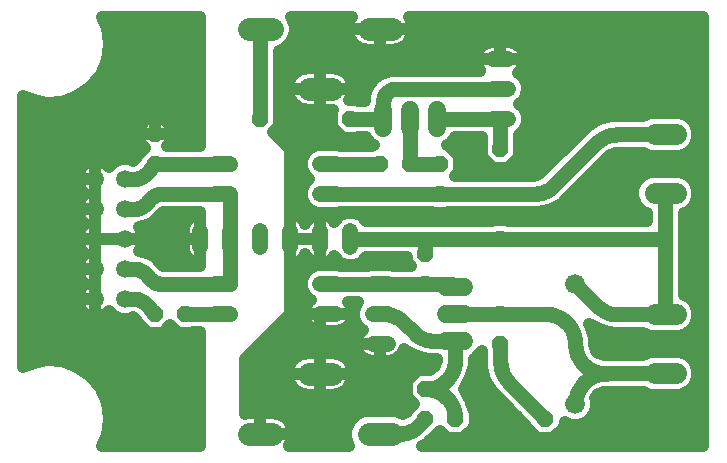
<source format=gbl>
G75*
%MOIN*%
%OFA0B0*%
%FSLAX24Y24*%
%IPPOS*%
%LPD*%
%AMOC8*
5,1,8,0,0,1.08239X$1,22.5*
%
%ADD10C,0.0705*%
%ADD11OC8,0.0520*%
%ADD12C,0.0520*%
%ADD13C,0.0600*%
%ADD14OC8,0.0560*%
%ADD15C,0.0780*%
%ADD16C,0.0594*%
%ADD17C,0.0660*%
%ADD18C,0.0400*%
%ADD19C,0.0500*%
D10*
X022648Y003316D02*
X023353Y003316D01*
X023353Y005284D02*
X022648Y005284D01*
X022648Y009316D02*
X023353Y009316D01*
X023353Y011284D02*
X022648Y011284D01*
D11*
X017500Y010800D03*
X015500Y010300D03*
X014500Y010300D03*
X013500Y010300D03*
X015500Y009300D03*
X017500Y007800D03*
X015000Y007300D03*
X015000Y006300D03*
X017500Y005300D03*
X017500Y004300D03*
X015000Y002800D03*
X015000Y001800D03*
X007000Y005300D03*
X006000Y005300D03*
X006000Y010300D03*
X006000Y011300D03*
X009500Y011800D03*
X012500Y011800D03*
D12*
X012020Y010300D02*
X011500Y010300D01*
X011500Y009300D02*
X012020Y009300D01*
X012500Y008060D02*
X012500Y007540D01*
X011500Y007540D02*
X011500Y008060D01*
X010500Y008060D02*
X010500Y007540D01*
X009500Y007540D02*
X009500Y008060D01*
X008500Y008060D02*
X008500Y007540D01*
X007500Y007540D02*
X007500Y008060D01*
X007980Y009300D02*
X008500Y009300D01*
X008500Y010300D02*
X007980Y010300D01*
X007980Y006300D02*
X008500Y006300D01*
X008500Y005300D02*
X007980Y005300D01*
X011500Y005300D02*
X012020Y005300D01*
X013240Y005300D02*
X013760Y005300D01*
X013760Y004300D02*
X013240Y004300D01*
X013240Y006300D02*
X013760Y006300D01*
X012020Y006300D02*
X011500Y006300D01*
X017240Y011800D02*
X017760Y011800D01*
X017760Y012800D02*
X017240Y012800D01*
X017240Y013800D02*
X017760Y013800D01*
D13*
X015400Y012100D02*
X015400Y011500D01*
X014500Y011500D02*
X014500Y012100D01*
X013600Y012100D02*
X013600Y011500D01*
X015700Y006200D02*
X016300Y006200D01*
X016300Y005300D02*
X015700Y005300D01*
X015700Y004400D02*
X016300Y004400D01*
D14*
X016000Y001800D03*
X019000Y001800D03*
D15*
X013890Y001300D02*
X013110Y001300D01*
X011890Y003300D02*
X011110Y003300D01*
X009890Y001300D02*
X009110Y001300D01*
X011110Y012800D02*
X011890Y012800D01*
X013110Y014800D02*
X013890Y014800D01*
X009890Y014800D02*
X009110Y014800D01*
D16*
X005000Y009800D03*
X004000Y009800D03*
X004000Y008800D03*
X005000Y008800D03*
X005000Y007800D03*
X004000Y007800D03*
X004000Y006800D03*
X005000Y006800D03*
X005000Y005800D03*
X004000Y005800D03*
D17*
X020000Y006300D03*
X020000Y002300D03*
D18*
X004388Y001271D02*
X004226Y000900D01*
X007500Y000900D01*
X007500Y004690D01*
X007267Y004690D01*
X007257Y004680D01*
X006743Y004680D01*
X006500Y004923D01*
X006257Y004680D01*
X005743Y004680D01*
X005380Y005043D01*
X005380Y005057D01*
X005248Y005190D01*
X005244Y005190D01*
X005131Y005143D01*
X004870Y005143D01*
X004628Y005243D01*
X004457Y005414D01*
X004455Y005411D01*
X004389Y005345D01*
X004313Y005290D01*
X004229Y005247D01*
X004140Y005218D01*
X004047Y005203D01*
X004000Y005203D01*
X004000Y005800D01*
X003403Y005800D01*
X003403Y005753D01*
X003418Y005660D01*
X003447Y005571D01*
X003490Y005487D01*
X003545Y005411D01*
X003611Y005345D01*
X003687Y005290D01*
X003771Y005247D01*
X003860Y005218D01*
X003953Y005203D01*
X004000Y005203D01*
X004000Y005800D01*
X004000Y005800D01*
X003403Y005800D01*
X003403Y005847D01*
X003418Y005940D01*
X003447Y006029D01*
X003490Y006113D01*
X003545Y006189D01*
X003611Y006255D01*
X003673Y006300D01*
X003611Y006345D01*
X003545Y006411D01*
X003490Y006487D01*
X003447Y006571D01*
X003418Y006660D01*
X003403Y006753D01*
X003403Y006800D01*
X004000Y006800D01*
X004000Y006800D01*
X003403Y006800D01*
X003403Y006847D01*
X003418Y006940D01*
X003447Y007029D01*
X003490Y007113D01*
X003545Y007189D01*
X003611Y007255D01*
X003673Y007300D01*
X003611Y007345D01*
X003545Y007411D01*
X003490Y007487D01*
X003447Y007571D01*
X003418Y007660D01*
X003403Y007753D01*
X003403Y007800D01*
X004000Y007800D01*
X004000Y007800D01*
X003403Y007800D01*
X003403Y007847D01*
X003418Y007940D01*
X003447Y008029D01*
X003490Y008113D01*
X003545Y008189D01*
X003611Y008255D01*
X003673Y008300D01*
X003611Y008345D01*
X003545Y008411D01*
X003490Y008487D01*
X003447Y008571D01*
X003418Y008660D01*
X003403Y008753D01*
X003403Y008800D01*
X004000Y008800D01*
X004000Y008800D01*
X003403Y008800D01*
X003403Y008847D01*
X003418Y008940D01*
X003447Y009029D01*
X003490Y009113D01*
X003545Y009189D01*
X003611Y009255D01*
X003673Y009300D01*
X003611Y009345D01*
X003545Y009411D01*
X003490Y009487D01*
X003447Y009571D01*
X003418Y009660D01*
X003403Y009753D01*
X003403Y009800D01*
X004000Y009800D01*
X004000Y009800D01*
X003403Y009800D01*
X003403Y009847D01*
X003418Y009940D01*
X003447Y010029D01*
X003490Y010113D01*
X003545Y010189D01*
X003611Y010255D01*
X003687Y010310D01*
X003771Y010353D01*
X003860Y010382D01*
X003953Y010397D01*
X004000Y010397D01*
X004000Y009800D01*
X004000Y009800D01*
X004000Y008800D01*
X004000Y008800D01*
X004000Y008800D01*
X004000Y007800D01*
X004000Y007800D01*
X004000Y007800D01*
X004000Y006800D01*
X004000Y006800D01*
X004000Y006800D01*
X004000Y005800D01*
X004000Y005800D01*
X004000Y005800D01*
X004000Y006397D01*
X004000Y006800D01*
X004000Y007203D01*
X004000Y007800D01*
X004000Y008203D01*
X004000Y008800D01*
X004000Y009203D01*
X004000Y009800D01*
X004000Y009800D01*
X004000Y010397D01*
X004047Y010397D01*
X004140Y010382D01*
X004229Y010353D01*
X004313Y010310D01*
X004389Y010255D01*
X004455Y010189D01*
X004457Y010186D01*
X004628Y010357D01*
X004870Y010457D01*
X005131Y010457D01*
X005244Y010410D01*
X005248Y010410D01*
X005380Y010543D01*
X005380Y010557D01*
X005666Y010842D01*
X005440Y011068D01*
X005440Y011300D01*
X006000Y011300D01*
X006000Y011300D01*
X005440Y011300D01*
X005440Y011532D01*
X005768Y011860D01*
X006000Y011860D01*
X006000Y011300D01*
X006000Y011300D01*
X006000Y011860D01*
X006232Y011860D01*
X006560Y011532D01*
X006560Y011300D01*
X006000Y011300D01*
X006000Y011300D01*
X006560Y011300D01*
X006560Y011068D01*
X006402Y010910D01*
X007500Y010910D01*
X007500Y015196D01*
X004228Y015196D01*
X004388Y014829D01*
X004388Y014829D01*
X004460Y014300D01*
X004388Y013771D01*
X004388Y013771D01*
X004175Y013282D01*
X004175Y013282D01*
X003838Y012868D01*
X003838Y012868D01*
X003838Y012868D01*
X003402Y012560D01*
X003402Y012560D01*
X002899Y012381D01*
X002899Y012381D01*
X002366Y012345D01*
X002366Y012345D01*
X001844Y012453D01*
X001844Y012453D01*
X001600Y012579D01*
X001600Y003521D01*
X001844Y003647D01*
X001844Y003647D01*
X002366Y003755D01*
X002366Y003755D01*
X002899Y003719D01*
X002899Y003719D01*
X003402Y003540D01*
X003402Y003540D01*
X003838Y003232D01*
X003838Y003232D01*
X004175Y002818D01*
X004388Y002329D01*
X004460Y001800D01*
X004460Y001800D01*
X004388Y001271D01*
X004388Y001271D01*
X004312Y001097D02*
X007500Y001097D01*
X007500Y001496D02*
X004418Y001496D01*
X004447Y001894D02*
X007500Y001894D01*
X007500Y002293D02*
X004393Y002293D01*
X004230Y002691D02*
X007500Y002691D01*
X007500Y003090D02*
X003954Y003090D01*
X003838Y003232D02*
X003838Y003232D01*
X003476Y003488D02*
X007500Y003488D01*
X007500Y003887D02*
X001600Y003887D01*
X001600Y004285D02*
X007500Y004285D01*
X007500Y004684D02*
X007261Y004684D01*
X006740Y004684D02*
X006261Y004684D01*
X005740Y004684D02*
X001600Y004684D01*
X001600Y005082D02*
X005356Y005082D01*
X004000Y005481D02*
X004000Y005481D01*
X004000Y005879D02*
X004000Y005879D01*
X004000Y006278D02*
X004000Y006278D01*
X003642Y006278D02*
X001600Y006278D01*
X001600Y005879D02*
X003408Y005879D01*
X003495Y005481D02*
X001600Y005481D01*
X001600Y006676D02*
X003416Y006676D01*
X003470Y007075D02*
X001600Y007075D01*
X001600Y007473D02*
X003500Y007473D01*
X003407Y007872D02*
X001600Y007872D01*
X001600Y008270D02*
X003632Y008270D01*
X004000Y008270D02*
X004000Y008270D01*
X004000Y008669D02*
X004000Y008669D01*
X003417Y008669D02*
X001600Y008669D01*
X001600Y009067D02*
X003466Y009067D01*
X003506Y009466D02*
X001600Y009466D01*
X001600Y009864D02*
X003406Y009864D01*
X003621Y010263D02*
X001600Y010263D01*
X001600Y010661D02*
X005484Y010661D01*
X005449Y011060D02*
X001600Y011060D01*
X001600Y011458D02*
X005440Y011458D01*
X005765Y011857D02*
X001600Y011857D01*
X001600Y012255D02*
X007500Y012255D01*
X007500Y012654D02*
X003535Y012654D01*
X003988Y013052D02*
X007500Y013052D01*
X007500Y013451D02*
X004248Y013451D01*
X004398Y013849D02*
X007500Y013849D01*
X007500Y014248D02*
X004453Y014248D01*
X004413Y014646D02*
X007500Y014646D01*
X007500Y015045D02*
X004294Y015045D01*
X006000Y011857D02*
X006000Y011857D01*
X006236Y011857D02*
X007500Y011857D01*
X007500Y011458D02*
X006560Y011458D01*
X006000Y011458D02*
X006000Y011458D01*
X006552Y011060D02*
X007500Y011060D01*
X009939Y011362D02*
X010120Y011543D01*
X010120Y012057D01*
X010110Y012067D01*
X010110Y014079D01*
X010315Y014164D01*
X010526Y014375D01*
X010640Y014651D01*
X010640Y014949D01*
X010538Y015196D01*
X012544Y015196D01*
X012535Y015184D01*
X012490Y015106D01*
X012455Y015022D01*
X012432Y014935D01*
X012420Y014845D01*
X012420Y014800D01*
X012420Y014755D01*
X012432Y014665D01*
X012455Y014578D01*
X012490Y014494D01*
X012535Y014416D01*
X012590Y014344D01*
X012654Y014280D01*
X012726Y014225D01*
X012804Y014180D01*
X012888Y014145D01*
X012975Y014122D01*
X013065Y014110D01*
X013500Y014110D01*
X013500Y014800D01*
X012420Y014800D01*
X013500Y014800D01*
X013500Y014800D01*
X013500Y014800D01*
X013500Y014110D01*
X013935Y014110D01*
X014025Y014122D01*
X014113Y014145D01*
X014196Y014180D01*
X014274Y014225D01*
X014346Y014280D01*
X014410Y014344D01*
X014465Y014416D01*
X014510Y014494D01*
X014545Y014578D01*
X014568Y014665D01*
X014580Y014755D01*
X014580Y014800D01*
X014580Y014845D01*
X014568Y014935D01*
X014545Y015022D01*
X014510Y015106D01*
X014465Y015184D01*
X014456Y015196D01*
X024270Y015196D01*
X024270Y000900D01*
X014881Y000900D01*
X015075Y001012D01*
X015139Y001076D01*
X015243Y001180D01*
X015257Y001180D01*
X015486Y001409D01*
X015735Y001160D01*
X016265Y001160D01*
X016640Y001535D01*
X016640Y002065D01*
X016580Y002126D01*
X016501Y002421D01*
X016289Y002789D01*
X016277Y002800D01*
X016289Y002811D01*
X016289Y002811D01*
X016501Y003179D01*
X016610Y003588D01*
X016610Y003814D01*
X016674Y003840D01*
X016860Y004026D01*
X016880Y004076D01*
X016880Y004043D01*
X016890Y004033D01*
X016890Y003502D01*
X017000Y003093D01*
X017212Y002726D01*
X017212Y002726D01*
X017276Y002662D01*
X017276Y002662D01*
X018360Y001577D01*
X018360Y001535D01*
X018735Y001160D01*
X019265Y001160D01*
X019640Y001535D01*
X019640Y001702D01*
X019863Y001610D01*
X020137Y001610D01*
X020391Y001715D01*
X020585Y001909D01*
X020690Y002163D01*
X020690Y002437D01*
X020665Y002497D01*
X020694Y002547D01*
X020769Y002622D01*
X020861Y002675D01*
X020963Y002702D01*
X021007Y002705D01*
X021026Y002706D01*
X022259Y002706D01*
X022506Y002603D01*
X023494Y002603D01*
X023756Y002712D01*
X023957Y002912D01*
X024065Y003174D01*
X024065Y003457D01*
X023957Y003719D01*
X023756Y003920D01*
X023494Y004028D01*
X022506Y004028D01*
X022259Y003926D01*
X021127Y003926D01*
X021118Y003929D01*
X021006Y003926D01*
X020988Y003926D01*
X020947Y003927D01*
X020850Y003950D01*
X020762Y003999D01*
X020691Y004068D01*
X020640Y004154D01*
X020614Y004250D01*
X020610Y004300D01*
X020610Y004512D01*
X020501Y004921D01*
X020465Y004982D01*
X020809Y004784D01*
X021218Y004674D01*
X022259Y004674D01*
X022506Y004572D01*
X023494Y004572D01*
X023756Y004680D01*
X023957Y004881D01*
X024065Y005143D01*
X024065Y005426D01*
X023957Y005688D01*
X023756Y005888D01*
X023610Y005949D01*
X023610Y008651D01*
X023756Y008712D01*
X023957Y008912D01*
X024065Y009174D01*
X024065Y009457D01*
X023957Y009719D01*
X023756Y009920D01*
X023494Y010028D01*
X022506Y010028D01*
X022244Y009920D01*
X022044Y009719D01*
X021935Y009457D01*
X021935Y009174D01*
X022044Y008912D01*
X022244Y008712D01*
X022390Y008651D01*
X022390Y008410D01*
X017767Y008410D01*
X017757Y008420D01*
X017243Y008420D01*
X017233Y008410D01*
X013026Y008410D01*
X013026Y008411D01*
X012851Y008586D01*
X012624Y008680D01*
X012377Y008680D01*
X012149Y008586D01*
X011975Y008411D01*
X011961Y008378D01*
X011927Y008425D01*
X011865Y008487D01*
X011794Y008539D01*
X011715Y008579D01*
X011631Y008606D01*
X011544Y008620D01*
X011500Y008620D01*
X011456Y008620D01*
X011369Y008606D01*
X011285Y008579D01*
X011207Y008539D01*
X011135Y008487D01*
X011073Y008425D01*
X011021Y008354D01*
X011000Y008312D01*
X010979Y008354D01*
X010927Y008425D01*
X010865Y008487D01*
X010794Y008539D01*
X010715Y008579D01*
X010631Y008606D01*
X010544Y008620D01*
X010500Y008620D01*
X010500Y007800D01*
X010500Y007800D01*
X010500Y005300D01*
X009000Y003800D01*
X009000Y001981D01*
X009065Y001990D01*
X009500Y001990D01*
X009500Y001300D01*
X009500Y001300D01*
X009500Y001990D01*
X009935Y001990D01*
X010025Y001978D01*
X010113Y001955D01*
X010196Y001920D01*
X010274Y001875D01*
X010346Y001820D01*
X010410Y001756D01*
X010465Y001684D01*
X010510Y001606D01*
X010545Y001522D01*
X010568Y001435D01*
X010580Y001345D01*
X010580Y001300D01*
X009500Y001300D01*
X009500Y001300D01*
X010580Y001300D01*
X010580Y001255D01*
X010568Y001165D01*
X010545Y001078D01*
X010510Y000994D01*
X010465Y000916D01*
X010453Y000900D01*
X012464Y000900D01*
X012360Y001151D01*
X012360Y001449D01*
X012474Y001725D01*
X012685Y001936D01*
X012961Y002050D01*
X014039Y002050D01*
X014265Y001957D01*
X014323Y001991D01*
X014362Y002024D01*
X014380Y002043D01*
X014380Y002057D01*
X014623Y002300D01*
X014380Y002543D01*
X014380Y003057D01*
X014743Y003420D01*
X015076Y003420D01*
X015149Y003440D01*
X015238Y003491D01*
X015310Y003563D01*
X015361Y003651D01*
X015387Y003749D01*
X015390Y003790D01*
X015102Y003790D01*
X014693Y003900D01*
X014693Y003900D01*
X014326Y004112D01*
X014326Y004112D01*
X014297Y004140D01*
X014279Y004085D01*
X014239Y004006D01*
X014187Y003935D01*
X014125Y003873D01*
X014054Y003821D01*
X013975Y003781D01*
X013891Y003754D01*
X013804Y003740D01*
X013500Y003740D01*
X013500Y004300D01*
X012680Y004300D01*
X012680Y004256D01*
X012694Y004169D01*
X012721Y004085D01*
X012761Y004006D01*
X012813Y003935D01*
X012875Y003873D01*
X012947Y003821D01*
X013025Y003781D01*
X013109Y003754D01*
X013196Y003740D01*
X013500Y003740D01*
X013500Y004300D01*
X013500Y004300D01*
X012680Y004300D01*
X012680Y004344D01*
X012694Y004431D01*
X012721Y004515D01*
X012761Y004594D01*
X012813Y004665D01*
X012875Y004727D01*
X012922Y004761D01*
X012889Y004774D01*
X012715Y004949D01*
X012620Y005177D01*
X012620Y005423D01*
X012715Y005651D01*
X012753Y005690D01*
X012422Y005690D01*
X012447Y005665D01*
X012499Y005594D01*
X012539Y005515D01*
X012566Y005431D01*
X012580Y005344D01*
X012580Y005300D01*
X011500Y005300D01*
X010940Y005300D01*
X010940Y005256D01*
X010954Y005169D01*
X010981Y005085D01*
X011021Y005006D01*
X011073Y004935D01*
X011135Y004873D01*
X011207Y004821D01*
X011285Y004781D01*
X011369Y004754D01*
X011456Y004740D01*
X011500Y004740D01*
X011500Y005300D01*
X011500Y005300D01*
X010940Y005300D01*
X010940Y005344D01*
X010954Y005431D01*
X010981Y005515D01*
X011021Y005594D01*
X011073Y005665D01*
X011135Y005727D01*
X011182Y005761D01*
X011149Y005774D01*
X010975Y005949D01*
X010880Y006177D01*
X010880Y006423D01*
X010975Y006651D01*
X011149Y006826D01*
X011377Y006920D01*
X012144Y006920D01*
X012168Y006910D01*
X013093Y006910D01*
X013117Y006920D01*
X013884Y006920D01*
X013908Y006910D01*
X014513Y006910D01*
X014380Y007043D01*
X014380Y007190D01*
X013026Y007190D01*
X013026Y007189D01*
X012851Y007014D01*
X012624Y006920D01*
X012377Y006920D01*
X012149Y007014D01*
X011975Y007189D01*
X011961Y007222D01*
X011927Y007175D01*
X011865Y007113D01*
X011794Y007061D01*
X011715Y007021D01*
X011631Y006994D01*
X011544Y006980D01*
X011500Y006980D01*
X011500Y007800D01*
X010940Y007800D01*
X010500Y007800D01*
X010500Y010800D01*
X009939Y011362D01*
X010035Y011458D02*
X011965Y011458D01*
X011880Y011543D02*
X012243Y011180D01*
X012757Y011180D01*
X012767Y011190D01*
X013014Y011190D01*
X013041Y011126D01*
X013226Y010940D01*
X013276Y010920D01*
X013243Y010920D01*
X013233Y010910D01*
X012168Y010910D01*
X012144Y010920D01*
X011377Y010920D01*
X011149Y010826D01*
X010975Y010651D01*
X010880Y010423D01*
X010880Y010177D01*
X010975Y009949D01*
X011123Y009800D01*
X010975Y009651D01*
X010880Y009423D01*
X010880Y009177D01*
X010975Y008949D01*
X011149Y008774D01*
X011377Y008680D01*
X012144Y008680D01*
X012168Y008690D01*
X015233Y008690D01*
X015243Y008680D01*
X015757Y008680D01*
X015767Y008690D01*
X018798Y008690D01*
X019207Y008800D01*
X019207Y008800D01*
X019575Y009012D01*
X019639Y009076D01*
X021037Y010474D01*
X021104Y010541D01*
X021123Y010560D01*
X021161Y010594D01*
X021249Y010645D01*
X021348Y010671D01*
X021399Y010674D01*
X022259Y010674D01*
X022506Y010572D01*
X023494Y010572D01*
X023756Y010680D01*
X023957Y010881D01*
X024065Y011143D01*
X024065Y011426D01*
X023957Y011688D01*
X023756Y011888D01*
X023494Y011997D01*
X022506Y011997D01*
X022259Y011894D01*
X021187Y011894D01*
X020777Y011785D01*
X020410Y011573D01*
X020346Y011508D01*
X020240Y011403D01*
X020174Y011337D01*
X018862Y010024D01*
X018823Y009991D01*
X018735Y009940D01*
X018637Y009913D01*
X018586Y009910D01*
X015987Y009910D01*
X016120Y010043D01*
X016120Y010557D01*
X015757Y010920D01*
X015725Y010920D01*
X015774Y010940D01*
X015960Y011126D01*
X015986Y011190D01*
X016890Y011190D01*
X016890Y011067D01*
X016880Y011057D01*
X016880Y010543D01*
X017243Y010180D01*
X017757Y010180D01*
X018120Y010543D01*
X018120Y011057D01*
X018110Y011067D01*
X018110Y011274D01*
X018111Y011274D01*
X018286Y011449D01*
X018380Y011677D01*
X018380Y011923D01*
X018286Y012151D01*
X018137Y012300D01*
X018286Y012449D01*
X018380Y012677D01*
X018380Y012923D01*
X018286Y013151D01*
X018111Y013326D01*
X018079Y013339D01*
X018125Y013373D01*
X018187Y013435D01*
X018239Y013506D01*
X018279Y013585D01*
X018306Y013669D01*
X018320Y013756D01*
X018320Y013800D01*
X018320Y013844D01*
X018306Y013931D01*
X018279Y014015D01*
X018239Y014094D01*
X018187Y014165D01*
X018125Y014227D01*
X018054Y014279D01*
X017975Y014319D01*
X017891Y014346D01*
X017804Y014360D01*
X017500Y014360D01*
X017196Y014360D01*
X017109Y014346D01*
X017025Y014319D01*
X016947Y014279D01*
X016875Y014227D01*
X016813Y014165D01*
X016761Y014094D01*
X016721Y014015D01*
X016694Y013931D01*
X016680Y013844D01*
X016680Y013800D01*
X016680Y013756D01*
X016694Y013669D01*
X016721Y013585D01*
X016761Y013506D01*
X016813Y013435D01*
X016838Y013410D01*
X013840Y013410D01*
X013536Y013311D01*
X013277Y013123D01*
X013089Y012864D01*
X012990Y012560D01*
X012990Y012410D01*
X012767Y012410D01*
X012757Y012420D01*
X012468Y012420D01*
X012510Y012494D01*
X012545Y012578D01*
X012568Y012665D01*
X012580Y012755D01*
X012580Y012800D01*
X012580Y012845D01*
X012568Y012935D01*
X012545Y013022D01*
X012510Y013106D01*
X012465Y013184D01*
X012410Y013256D01*
X012346Y013320D01*
X012274Y013375D01*
X012196Y013420D01*
X012113Y013455D01*
X012025Y013478D01*
X011935Y013490D01*
X011500Y013490D01*
X011065Y013490D01*
X010975Y013478D01*
X010888Y013455D01*
X010804Y013420D01*
X010726Y013375D01*
X010654Y013320D01*
X010590Y013256D01*
X010535Y013184D01*
X010490Y013106D01*
X010455Y013022D01*
X010432Y012935D01*
X010420Y012845D01*
X010420Y012800D01*
X010420Y012755D01*
X010432Y012665D01*
X010455Y012578D01*
X010490Y012494D01*
X010535Y012416D01*
X010590Y012344D01*
X010654Y012280D01*
X010726Y012225D01*
X010804Y012180D01*
X010888Y012145D01*
X010975Y012122D01*
X011065Y012110D01*
X011500Y012110D01*
X011500Y012800D01*
X010420Y012800D01*
X011500Y012800D01*
X011500Y012800D01*
X011500Y012800D01*
X011500Y013490D01*
X011500Y012800D01*
X011500Y012800D01*
X011500Y012110D01*
X011933Y012110D01*
X011880Y012057D01*
X011880Y011543D01*
X011880Y011857D02*
X010120Y011857D01*
X010110Y012255D02*
X010687Y012255D01*
X010435Y012654D02*
X010110Y012654D01*
X010110Y013052D02*
X010468Y013052D01*
X010110Y013451D02*
X010878Y013451D01*
X011500Y013451D02*
X011500Y013451D01*
X011500Y013052D02*
X011500Y013052D01*
X011500Y012800D02*
X012580Y012800D01*
X011500Y012800D01*
X011500Y012800D01*
X011500Y012654D02*
X011500Y012654D01*
X011500Y012255D02*
X011500Y012255D01*
X012565Y012654D02*
X013021Y012654D01*
X013089Y012864D02*
X013089Y012864D01*
X013226Y013052D02*
X012533Y013052D01*
X012123Y013451D02*
X016802Y013451D01*
X016680Y013800D02*
X017500Y013800D01*
X017500Y013800D01*
X016680Y013800D01*
X016681Y013849D02*
X010110Y013849D01*
X010398Y014248D02*
X012697Y014248D01*
X012437Y014646D02*
X010638Y014646D01*
X010601Y015045D02*
X012465Y015045D01*
X013500Y014800D02*
X014580Y014800D01*
X013500Y014800D01*
X013500Y014800D01*
X013500Y014646D02*
X013500Y014646D01*
X013500Y014248D02*
X013500Y014248D01*
X014304Y014248D02*
X016903Y014248D01*
X017500Y014248D02*
X017500Y014248D01*
X017500Y014360D02*
X017500Y013800D01*
X017500Y013800D01*
X017500Y014360D01*
X018097Y014248D02*
X024270Y014248D01*
X024270Y014646D02*
X014563Y014646D01*
X014536Y015045D02*
X024270Y015045D01*
X024270Y013849D02*
X018319Y013849D01*
X018320Y013800D02*
X017500Y013800D01*
X017500Y013800D01*
X018320Y013800D01*
X018199Y013451D02*
X024270Y013451D01*
X024270Y013052D02*
X018327Y013052D01*
X018371Y012654D02*
X024270Y012654D01*
X024270Y012255D02*
X018182Y012255D01*
X018380Y011857D02*
X021046Y011857D01*
X020777Y011785D02*
X020777Y011785D01*
X020410Y011573D02*
X020410Y011573D01*
X020296Y011458D02*
X018290Y011458D01*
X018118Y011060D02*
X019897Y011060D01*
X019499Y010661D02*
X018120Y010661D01*
X017840Y010263D02*
X019100Y010263D01*
X020028Y009466D02*
X021939Y009466D01*
X021980Y009067D02*
X019630Y009067D01*
X019639Y009076D02*
X019639Y009076D01*
X019575Y009012D02*
X019575Y009012D01*
X020427Y009864D02*
X022188Y009864D01*
X022291Y010661D02*
X021311Y010661D01*
X020825Y010263D02*
X024270Y010263D01*
X024270Y009864D02*
X023812Y009864D01*
X024062Y009466D02*
X024270Y009466D01*
X024270Y009067D02*
X024021Y009067D01*
X024270Y008669D02*
X023652Y008669D01*
X023610Y008270D02*
X024270Y008270D01*
X024270Y007872D02*
X023610Y007872D01*
X023610Y007473D02*
X024270Y007473D01*
X024270Y007075D02*
X023610Y007075D01*
X023610Y006676D02*
X024270Y006676D01*
X024270Y006278D02*
X023610Y006278D01*
X023766Y005879D02*
X024270Y005879D01*
X024270Y005481D02*
X024043Y005481D01*
X024040Y005082D02*
X024270Y005082D01*
X024270Y004684D02*
X023760Y004684D01*
X024270Y004285D02*
X020611Y004285D01*
X020564Y004684D02*
X021184Y004684D01*
X020809Y004784D02*
X020809Y004784D01*
X020501Y004921D02*
X020501Y004921D01*
X023790Y003887D02*
X024270Y003887D01*
X024270Y003488D02*
X024053Y003488D01*
X024030Y003090D02*
X024270Y003090D01*
X024270Y002691D02*
X023706Y002691D01*
X024270Y002293D02*
X020690Y002293D01*
X020921Y002691D02*
X022294Y002691D01*
X020570Y001894D02*
X024270Y001894D01*
X024270Y001496D02*
X019601Y001496D01*
X018400Y001496D02*
X016601Y001496D01*
X016640Y001894D02*
X018044Y001894D01*
X017645Y002293D02*
X016535Y002293D01*
X016501Y002421D02*
X016501Y002421D01*
X016345Y002691D02*
X017247Y002691D01*
X017002Y003090D02*
X016449Y003090D01*
X016501Y003179D02*
X016501Y003179D01*
X016583Y003488D02*
X016894Y003488D01*
X016890Y003887D02*
X016720Y003887D01*
X015233Y003488D02*
X012554Y003488D01*
X012545Y003522D02*
X012510Y003606D01*
X012465Y003684D01*
X012410Y003756D01*
X012346Y003820D01*
X012274Y003875D01*
X012196Y003920D01*
X012113Y003955D01*
X012025Y003978D01*
X011935Y003990D01*
X011500Y003990D01*
X011065Y003990D01*
X010975Y003978D01*
X010888Y003955D01*
X010804Y003920D01*
X010726Y003875D01*
X010654Y003820D01*
X010590Y003756D01*
X010535Y003684D01*
X010490Y003606D01*
X010455Y003522D01*
X010432Y003435D01*
X010420Y003345D01*
X010420Y003300D01*
X010420Y003255D01*
X010432Y003165D01*
X010455Y003078D01*
X010490Y002994D01*
X010535Y002916D01*
X010590Y002844D01*
X010654Y002780D01*
X010726Y002725D01*
X010804Y002680D01*
X010888Y002645D01*
X010975Y002622D01*
X011065Y002610D01*
X011500Y002610D01*
X011500Y003300D01*
X010420Y003300D01*
X011500Y003300D01*
X011500Y003300D01*
X011500Y003300D01*
X011500Y003990D01*
X011500Y003300D01*
X011500Y003300D01*
X011500Y002610D01*
X011935Y002610D01*
X012025Y002622D01*
X012113Y002645D01*
X012196Y002680D01*
X012274Y002725D01*
X012346Y002780D01*
X012410Y002844D01*
X012465Y002916D01*
X012510Y002994D01*
X012545Y003078D01*
X012568Y003165D01*
X012580Y003255D01*
X012580Y003300D01*
X012580Y003345D01*
X012568Y003435D01*
X012545Y003522D01*
X012580Y003300D02*
X011500Y003300D01*
X011500Y003300D01*
X012580Y003300D01*
X012548Y003090D02*
X014413Y003090D01*
X014380Y002691D02*
X012215Y002691D01*
X011500Y002691D02*
X011500Y002691D01*
X011500Y003090D02*
X011500Y003090D01*
X011500Y003488D02*
X011500Y003488D01*
X011500Y003887D02*
X011500Y003887D01*
X010746Y003887D02*
X009087Y003887D01*
X009485Y004285D02*
X012680Y004285D01*
X012862Y003887D02*
X012254Y003887D01*
X012064Y004740D02*
X012151Y004754D01*
X012235Y004781D01*
X012314Y004821D01*
X012385Y004873D01*
X012447Y004935D01*
X012499Y005006D01*
X012539Y005085D01*
X012566Y005169D01*
X012580Y005256D01*
X012580Y005300D01*
X011500Y005300D01*
X011500Y005300D01*
X011500Y004740D01*
X012064Y004740D01*
X012538Y005082D02*
X012659Y005082D01*
X012832Y004684D02*
X009884Y004684D01*
X010282Y005082D02*
X010983Y005082D01*
X011500Y005082D02*
X011500Y005082D01*
X011500Y005300D02*
X011500Y005300D01*
X010970Y005481D02*
X010500Y005481D01*
X010500Y005879D02*
X011044Y005879D01*
X010880Y006278D02*
X010500Y006278D01*
X010500Y006676D02*
X010999Y006676D01*
X010794Y007061D02*
X010865Y007113D01*
X010927Y007175D01*
X010979Y007246D01*
X011000Y007288D01*
X011021Y007246D01*
X011073Y007175D01*
X011135Y007113D01*
X011207Y007061D01*
X011285Y007021D01*
X011369Y006994D01*
X011456Y006980D01*
X011500Y006980D01*
X011500Y007800D01*
X011500Y007800D01*
X010500Y007800D01*
X010500Y007800D01*
X010500Y006980D01*
X010544Y006980D01*
X010631Y006994D01*
X010715Y007021D01*
X010794Y007061D01*
X010812Y007075D02*
X011188Y007075D01*
X011500Y007075D02*
X011500Y007075D01*
X011812Y007075D02*
X012089Y007075D01*
X011500Y007473D02*
X011500Y007473D01*
X011500Y007800D02*
X011500Y007800D01*
X011500Y008620D01*
X011500Y007800D01*
X011500Y007800D01*
X011500Y007872D02*
X011500Y007872D01*
X011500Y008270D02*
X011500Y008270D01*
X012349Y008669D02*
X010500Y008669D01*
X010500Y008270D02*
X010500Y008270D01*
X010500Y007872D02*
X010500Y007872D01*
X010500Y007800D02*
X010500Y007800D01*
X010500Y007473D02*
X010500Y007473D01*
X010500Y007075D02*
X010500Y007075D01*
X012550Y005481D02*
X012644Y005481D01*
X013500Y004300D02*
X013500Y004300D01*
X013500Y004285D02*
X013500Y004285D01*
X013500Y003887D02*
X013500Y003887D01*
X014139Y003887D02*
X014742Y003887D01*
X016289Y002789D02*
X016289Y002789D01*
X014616Y002293D02*
X009000Y002293D01*
X009000Y002691D02*
X010785Y002691D01*
X010452Y003090D02*
X009000Y003090D01*
X009000Y003488D02*
X010446Y003488D01*
X010241Y001894D02*
X012644Y001894D01*
X012379Y001496D02*
X010552Y001496D01*
X010550Y001097D02*
X012383Y001097D01*
X015075Y001012D02*
X015075Y001012D01*
X015139Y001076D02*
X015139Y001076D01*
X015160Y001097D02*
X024270Y001097D01*
X014380Y007075D02*
X012912Y007075D01*
X012651Y008669D02*
X022348Y008669D01*
X023710Y010661D02*
X024270Y010661D01*
X024270Y011060D02*
X024031Y011060D01*
X024052Y011458D02*
X024270Y011458D01*
X024270Y011857D02*
X023788Y011857D01*
X023000Y011300D02*
X023000Y011284D01*
X017500Y013849D02*
X017500Y013849D01*
X013536Y013311D02*
X013536Y013311D01*
X013277Y013123D02*
X013277Y013123D01*
X013277Y013123D01*
X013107Y011060D02*
X010241Y011060D01*
X010500Y010661D02*
X010984Y010661D01*
X010880Y010263D02*
X010500Y010263D01*
X010500Y009864D02*
X011059Y009864D01*
X010898Y009466D02*
X010500Y009466D01*
X010500Y009067D02*
X010926Y009067D01*
X007500Y008690D02*
X007500Y007800D01*
X006940Y007800D01*
X007500Y007800D01*
X007500Y007800D01*
X007500Y008620D01*
X007456Y008620D01*
X007369Y008606D01*
X007285Y008579D01*
X007207Y008539D01*
X007135Y008487D01*
X007073Y008425D01*
X007021Y008354D01*
X006981Y008275D01*
X006954Y008191D01*
X006940Y008104D01*
X006940Y007800D01*
X006940Y007496D01*
X006954Y007409D01*
X006981Y007325D01*
X007021Y007246D01*
X007073Y007175D01*
X007135Y007113D01*
X007207Y007061D01*
X007285Y007021D01*
X007369Y006994D01*
X007456Y006980D01*
X007500Y006980D01*
X007500Y007800D01*
X007500Y007800D01*
X007500Y007800D01*
X007500Y006910D01*
X006253Y006910D01*
X006199Y006964D01*
X006164Y006999D01*
X006078Y007085D01*
X005975Y007188D01*
X005722Y007334D01*
X005451Y007407D01*
X005455Y007411D01*
X005511Y007487D01*
X005553Y007571D01*
X005582Y007660D01*
X005597Y007753D01*
X005597Y007800D01*
X005000Y007800D01*
X004000Y007800D01*
X004597Y007800D01*
X005000Y007800D01*
X005000Y007800D01*
X005597Y007800D01*
X005597Y007847D01*
X005582Y007940D01*
X005553Y008029D01*
X005511Y008113D01*
X005455Y008189D01*
X005451Y008193D01*
X005722Y008266D01*
X005975Y008412D01*
X005992Y008429D01*
X006199Y008636D01*
X006253Y008690D01*
X007500Y008690D01*
X007500Y008669D02*
X006231Y008669D01*
X005992Y008429D02*
X005992Y008429D01*
X005975Y008412D02*
X005975Y008412D01*
X005729Y008270D02*
X006980Y008270D01*
X007500Y008270D02*
X007500Y008270D01*
X007500Y007872D02*
X007500Y007872D01*
X007500Y007473D02*
X007500Y007473D01*
X006944Y007473D02*
X005500Y007473D01*
X005722Y007334D02*
X005722Y007334D01*
X006088Y007075D02*
X007188Y007075D01*
X007500Y007075D02*
X007500Y007075D01*
X006940Y007872D02*
X005593Y007872D01*
X005722Y008266D02*
X005722Y008266D01*
X005000Y007800D02*
X005000Y007800D01*
X004000Y007800D02*
X004000Y007800D01*
X004000Y007872D02*
X004000Y007872D01*
X004000Y007473D02*
X004000Y007473D01*
X004000Y007075D02*
X004000Y007075D01*
X004000Y006676D02*
X004000Y006676D01*
X006164Y006999D02*
X006164Y006999D01*
X004000Y009067D02*
X004000Y009067D01*
X004000Y009466D02*
X004000Y009466D01*
X004000Y009864D02*
X004000Y009864D01*
X004000Y010263D02*
X004000Y010263D01*
X004379Y010263D02*
X004534Y010263D01*
X015893Y011060D02*
X016883Y011060D01*
X016880Y010661D02*
X016016Y010661D01*
X016120Y010263D02*
X017161Y010263D01*
X009500Y001894D02*
X009500Y001894D01*
X009500Y001496D02*
X009500Y001496D01*
D19*
X013500Y001300D02*
X014086Y001300D01*
X014793Y001593D02*
X015000Y001800D01*
X016000Y001800D02*
X015998Y001860D01*
X015993Y001921D01*
X015984Y001980D01*
X015971Y002039D01*
X015955Y002098D01*
X015935Y002155D01*
X015912Y002210D01*
X015885Y002265D01*
X015856Y002317D01*
X015823Y002368D01*
X015787Y002417D01*
X015749Y002463D01*
X015707Y002507D01*
X015663Y002549D01*
X015617Y002587D01*
X015568Y002623D01*
X015517Y002656D01*
X015465Y002685D01*
X015410Y002712D01*
X015355Y002735D01*
X015298Y002755D01*
X015239Y002771D01*
X015180Y002784D01*
X015121Y002793D01*
X015060Y002798D01*
X015000Y002800D01*
X014793Y001593D02*
X014749Y001551D01*
X014703Y001513D01*
X014654Y001477D01*
X014603Y001444D01*
X014551Y001415D01*
X014496Y001388D01*
X014441Y001365D01*
X014384Y001345D01*
X014325Y001329D01*
X014266Y001316D01*
X014207Y001307D01*
X014146Y001302D01*
X014086Y001300D01*
X015000Y002800D02*
X015060Y002802D01*
X015121Y002807D01*
X015180Y002816D01*
X015239Y002829D01*
X015298Y002845D01*
X015355Y002865D01*
X015410Y002888D01*
X015465Y002915D01*
X015517Y002944D01*
X015568Y002977D01*
X015617Y003013D01*
X015663Y003051D01*
X015707Y003093D01*
X015749Y003137D01*
X015787Y003183D01*
X015823Y003232D01*
X015856Y003283D01*
X015885Y003335D01*
X015912Y003390D01*
X015935Y003445D01*
X015955Y003502D01*
X015971Y003561D01*
X015984Y003620D01*
X015993Y003679D01*
X015998Y003740D01*
X016000Y003800D01*
X016000Y004400D01*
X015314Y004400D01*
X014607Y004693D02*
X014293Y005007D01*
X013586Y005300D02*
X013500Y005300D01*
X013586Y005300D02*
X013646Y005298D01*
X013707Y005293D01*
X013766Y005284D01*
X013825Y005271D01*
X013884Y005255D01*
X013941Y005235D01*
X013996Y005212D01*
X014051Y005185D01*
X014103Y005156D01*
X014154Y005123D01*
X014203Y005087D01*
X014249Y005049D01*
X014293Y005007D01*
X014607Y004693D02*
X014651Y004651D01*
X014697Y004613D01*
X014746Y004577D01*
X014797Y004544D01*
X014849Y004515D01*
X014904Y004488D01*
X014959Y004465D01*
X015016Y004445D01*
X015075Y004429D01*
X015134Y004416D01*
X015193Y004407D01*
X015254Y004402D01*
X015314Y004400D01*
X016000Y005300D02*
X017500Y005300D01*
X019000Y005300D01*
X019060Y005298D01*
X019121Y005293D01*
X019180Y005284D01*
X019239Y005271D01*
X019298Y005255D01*
X019355Y005235D01*
X019410Y005212D01*
X019465Y005185D01*
X019517Y005156D01*
X019568Y005123D01*
X019617Y005087D01*
X019663Y005049D01*
X019707Y005007D01*
X019749Y004963D01*
X019787Y004917D01*
X019823Y004868D01*
X019856Y004817D01*
X019885Y004765D01*
X019912Y004710D01*
X019935Y004655D01*
X019955Y004598D01*
X019971Y004539D01*
X019984Y004480D01*
X019993Y004421D01*
X019998Y004360D01*
X020000Y004300D01*
X020002Y004239D01*
X020007Y004179D01*
X020017Y004119D01*
X020030Y004060D01*
X020046Y004001D01*
X020067Y003944D01*
X020090Y003888D01*
X020117Y003834D01*
X020148Y003781D01*
X020181Y003731D01*
X020218Y003682D01*
X020257Y003636D01*
X020300Y003593D01*
X020344Y003552D01*
X020392Y003514D01*
X020441Y003479D01*
X020493Y003447D01*
X020546Y003418D01*
X020602Y003393D01*
X020658Y003371D01*
X020716Y003352D01*
X020775Y003338D01*
X020835Y003327D01*
X020895Y003319D01*
X020955Y003315D01*
X021016Y003315D01*
X021016Y003316D02*
X023000Y003316D01*
X021016Y003316D02*
X020955Y003314D01*
X020894Y003309D01*
X020833Y003299D01*
X020773Y003286D01*
X020714Y003270D01*
X020656Y003250D01*
X020599Y003226D01*
X020544Y003200D01*
X020490Y003169D01*
X020439Y003136D01*
X020389Y003100D01*
X020342Y003060D01*
X020298Y003018D01*
X020256Y002974D01*
X020216Y002927D01*
X020180Y002877D01*
X020147Y002826D01*
X020116Y002772D01*
X020090Y002717D01*
X020066Y002660D01*
X020046Y002602D01*
X020030Y002543D01*
X020017Y002483D01*
X020007Y002422D01*
X020002Y002361D01*
X020000Y002300D01*
X019000Y001800D02*
X017793Y003007D01*
X017500Y003714D02*
X017500Y004300D01*
X017500Y003714D02*
X017502Y003654D01*
X017507Y003593D01*
X017516Y003534D01*
X017529Y003475D01*
X017545Y003416D01*
X017565Y003359D01*
X017588Y003304D01*
X017615Y003249D01*
X017644Y003197D01*
X017677Y003146D01*
X017713Y003097D01*
X017751Y003051D01*
X017793Y003007D01*
X021430Y005284D02*
X023000Y005284D01*
X023000Y007800D01*
X023000Y009316D01*
X021399Y011284D02*
X021339Y011282D01*
X021278Y011277D01*
X021219Y011268D01*
X021160Y011255D01*
X021101Y011239D01*
X021044Y011219D01*
X020989Y011196D01*
X020934Y011169D01*
X020882Y011140D01*
X020831Y011107D01*
X020782Y011071D01*
X020736Y011033D01*
X020692Y010991D01*
X019293Y009593D01*
X018586Y009300D02*
X015500Y009300D01*
X011500Y009300D01*
X011500Y010300D02*
X013500Y010300D01*
X014500Y010300D02*
X014500Y011800D01*
X015400Y011800D02*
X017500Y011800D01*
X017500Y010800D01*
X018586Y009300D02*
X018646Y009302D01*
X018707Y009307D01*
X018766Y009316D01*
X018825Y009329D01*
X018884Y009345D01*
X018941Y009365D01*
X018996Y009388D01*
X019051Y009415D01*
X019103Y009444D01*
X019154Y009477D01*
X019203Y009513D01*
X019249Y009551D01*
X019293Y009593D01*
X017500Y007800D02*
X015000Y007800D01*
X015000Y007300D01*
X015000Y007800D02*
X012500Y007800D01*
X011500Y006300D02*
X013500Y006300D01*
X015000Y006300D01*
X015900Y006300D01*
X016000Y006200D01*
X017500Y007800D02*
X023000Y007800D01*
X021430Y005284D02*
X021370Y005286D01*
X021309Y005291D01*
X021250Y005300D01*
X021191Y005313D01*
X021132Y005329D01*
X021075Y005349D01*
X021020Y005372D01*
X020965Y005399D01*
X020913Y005428D01*
X020862Y005461D01*
X020813Y005497D01*
X020767Y005535D01*
X020723Y005577D01*
X020000Y006300D01*
X015500Y010300D02*
X014500Y010300D01*
X013600Y011800D02*
X012500Y011800D01*
X013600Y011800D02*
X013600Y012400D01*
X013602Y012439D01*
X013608Y012478D01*
X013617Y012516D01*
X013630Y012553D01*
X013647Y012589D01*
X013667Y012622D01*
X013691Y012654D01*
X013717Y012683D01*
X013746Y012709D01*
X013778Y012733D01*
X013811Y012753D01*
X013847Y012770D01*
X013884Y012783D01*
X013922Y012792D01*
X013961Y012798D01*
X014000Y012800D01*
X017500Y012800D01*
X021399Y011284D02*
X023000Y011284D01*
X009500Y011800D02*
X009500Y014800D01*
X008500Y010300D02*
X006000Y010300D01*
X005647Y009946D01*
X005293Y009800D02*
X005000Y009800D01*
X005293Y009800D02*
X005337Y009802D01*
X005380Y009808D01*
X005422Y009817D01*
X005464Y009830D01*
X005504Y009847D01*
X005543Y009867D01*
X005580Y009890D01*
X005614Y009917D01*
X005647Y009946D01*
X005647Y008946D02*
X005614Y008917D01*
X005580Y008890D01*
X005543Y008867D01*
X005504Y008847D01*
X005464Y008830D01*
X005422Y008817D01*
X005380Y008808D01*
X005337Y008802D01*
X005293Y008800D01*
X005000Y008800D01*
X005647Y008946D02*
X005854Y009154D01*
X006207Y009300D02*
X008500Y009300D01*
X008500Y007800D01*
X008500Y006300D01*
X006207Y006300D01*
X005854Y006446D02*
X005647Y006654D01*
X005293Y006800D02*
X005000Y006800D01*
X005293Y006800D02*
X005337Y006798D01*
X005380Y006792D01*
X005422Y006783D01*
X005464Y006770D01*
X005504Y006753D01*
X005543Y006733D01*
X005580Y006710D01*
X005614Y006683D01*
X005647Y006654D01*
X005853Y006446D02*
X005886Y006417D01*
X005920Y006390D01*
X005957Y006367D01*
X005996Y006347D01*
X006036Y006330D01*
X006078Y006317D01*
X006120Y006308D01*
X006163Y006302D01*
X006207Y006300D01*
X005647Y005654D02*
X006000Y005300D01*
X005647Y005654D02*
X005614Y005683D01*
X005580Y005710D01*
X005543Y005733D01*
X005504Y005753D01*
X005464Y005770D01*
X005422Y005783D01*
X005380Y005792D01*
X005337Y005798D01*
X005293Y005800D01*
X005000Y005800D01*
X007000Y005300D02*
X008500Y005300D01*
X006207Y009300D02*
X006163Y009298D01*
X006120Y009292D01*
X006078Y009283D01*
X006036Y009270D01*
X005996Y009253D01*
X005957Y009233D01*
X005920Y009210D01*
X005886Y009183D01*
X005853Y009154D01*
M02*

</source>
